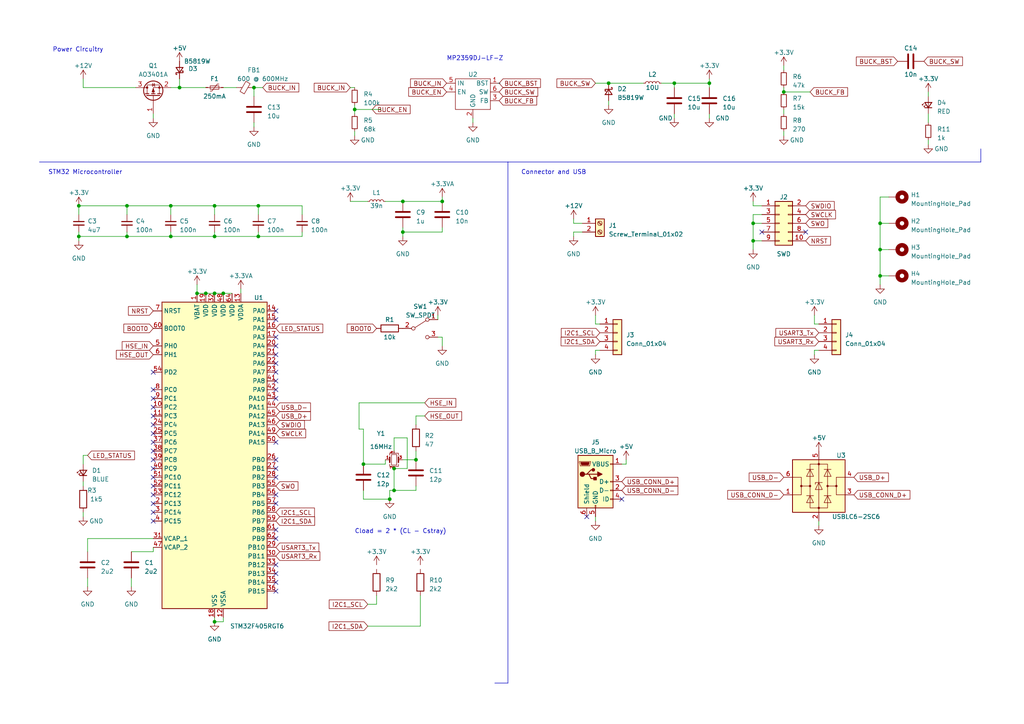
<source format=kicad_sch>
(kicad_sch (version 20230121) (generator eeschema)
  (paper "A4")
  (title_block (title "STM32F4 Test Board") (rev "v2.0"))
  (lib_symbols
    (symbol "Connector:Screw_Terminal_01x02" (pin_names (offset 1.016) hide)
      (property "Reference" "J" (at 0 2.54 0))
      (property "Value" "Screw_Terminal_01x02" (at 0 -5.08 0))
      (symbol "Screw_Terminal_01x02_1_1"
        (pin passive line (at -5.08 0 0) (length 3.81) (name "Pin_1") (number "1"))
        (pin passive line (at -5.08 -2.54 0) (length 3.81) (name "Pin_2") (number "2"))
      )
    )
    (symbol "Connector:USB_B_Micro" (pin_names (offset 1.016))
      (property "Reference" "J" (at -5.08 11.43 0))
      (property "Value" "USB_B_Micro" (at -5.08 8.89 0))
      (symbol "USB_B_Micro_1_1"
        (pin power_out line (at 7.62 5.08 180) (length 2.54) (name "VBUS") (number "1"))
        (pin bidirectional line (at 7.62 -2.54 180) (length 2.54) (name "D-") (number "2"))
        (pin bidirectional line (at 7.62 0 180) (length 2.54) (name "D+") (number "3"))
        (pin passive line (at 7.62 -5.08 180) (length 2.54) (name "ID") (number "4"))
        (pin power_out line (at 0 -10.16 90) (length 2.54) (name "GND") (number "5"))
        (pin passive line (at -2.54 -10.16 90) (length 2.54) (name "Shield") (number "6"))
      )
    )
    (symbol "Connector_Generic:Conn_01x04" (pin_names (offset 1.016) hide)
      (property "Reference" "J" (at 0 5.08 0))
      (property "Value" "Conn_01x04" (at 0 -7.62 0))
      (symbol "Conn_01x04_1_1"
        (pin passive line (at -5.08 2.54 0) (length 3.81) (name "Pin_1") (number "1"))
        (pin passive line (at -5.08 0 0) (length 3.81) (name "Pin_2") (number "2"))
        (pin passive line (at -5.08 -2.54 0) (length 3.81) (name "Pin_3") (number "3"))
        (pin passive line (at -5.08 -5.08 0) (length 3.81) (name "Pin_4") (number "4"))
      )
    )
    (symbol "Connector_Generic:Conn_02x05_Odd_Even" (pin_names (offset 1.016) hide)
      (property "Reference" "J" (at 1.27 7.62 0))
      (property "Value" "Conn_02x05_Odd_Even" (at 1.27 -7.62 0))
      (symbol "Conn_02x05_Odd_Even_1_1"
        (pin passive line (at -5.08 5.08 0) (length 3.81) (name "Pin_1") (number "1"))
        (pin passive line (at 7.62 -5.08 180) (length 3.81) (name "Pin_10") (number "10"))
        (pin passive line (at 7.62 5.08 180) (length 3.81) (name "Pin_2") (number "2"))
        (pin passive line (at -5.08 2.54 0) (length 3.81) (name "Pin_3") (number "3"))
        (pin passive line (at 7.62 2.54 180) (length 3.81) (name "Pin_4") (number "4"))
        (pin passive line (at -5.08 0 0) (length 3.81) (name "Pin_5") (number "5"))
        (pin passive line (at 7.62 0 180) (length 3.81) (name "Pin_6") (number "6"))
        (pin passive line (at -5.08 -2.54 0) (length 3.81) (name "Pin_7") (number "7"))
        (pin passive line (at 7.62 -2.54 180) (length 3.81) (name "Pin_8") (number "8"))
        (pin passive line (at -5.08 -5.08 0) (length 3.81) (name "Pin_9") (number "9"))
      )
    )
    (symbol "Device:C" (pin_numbers hide) (pin_names (offset 0.254))
      (property "Reference" "C" (at 0.635 2.54 0))
      (property "Value" "C" (at 0.635 -2.54 0))
      (symbol "C_1_1"
        (pin passive line (at 0 3.81 270) (length 2.794) (name "~") (number "1"))
        (pin passive line (at 0 -3.81 90) (length 2.794) (name "~") (number "2"))
      )
    )
    (symbol "Device:C_Small" (pin_numbers hide) (pin_names (offset 0.254) hide)
      (property "Reference" "C" (at 0.254 1.778 0))
      (property "Value" "C_Small" (at 0.254 -2.032 0))
      (symbol "C_Small_1_1"
        (pin passive line (at 0 2.54 270) (length 2.032) (name "~") (number "1"))
        (pin passive line (at 0 -2.54 90) (length 2.032) (name "~") (number "2"))
      )
    )
    (symbol "Device:Crystal_GND24_Small" (pin_names (offset 1.016) hide)
      (property "Reference" "Y" (at 1.27 4.445 0))
      (property "Value" "Crystal_GND24_Small" (at 1.27 2.54 0))
      (symbol "Crystal_GND24_Small_1_1"
        (pin passive line (at -2.54 0 0) (length 1.27) (name "1") (number "1"))
        (pin passive line (at 0 -2.54 90) (length 0.635) (name "2") (number "2"))
        (pin passive line (at 2.54 0 180) (length 1.27) (name "3") (number "3"))
        (pin passive line (at 0 2.54 270) (length 0.635) (name "4") (number "4"))
      )
    )
    (symbol "Device:D_Schottky_Small" (pin_numbers hide) (pin_names (offset 0.254) hide)
      (property "Reference" "D" (at -1.27 2.032 0))
      (property "Value" "D_Schottky_Small" (at -7.112 -2.032 0))
      (symbol "D_Schottky_Small_1_1"
        (pin passive line (at -2.54 0 0) (length 1.778) (name "K") (number "1"))
        (pin passive line (at 2.54 0 180) (length 1.778) (name "A") (number "2"))
      )
    )
    (symbol "Device:FerriteBead_Small" (pin_numbers hide) (pin_names (offset 0))
      (property "Reference" "FB" (at 1.905 1.27 0))
      (property "Value" "FerriteBead_Small" (at 1.905 -1.27 0))
      (symbol "FerriteBead_Small_1_1"
        (pin passive line (at 0 2.54 270) (length 1.27) (name "~") (number "1"))
        (pin passive line (at 0 -2.54 90) (length 1.27) (name "~") (number "2"))
      )
    )
    (symbol "Device:LED_Small" (pin_numbers hide) (pin_names (offset 0.254) hide)
      (property "Reference" "D" (at -1.27 3.175 0))
      (property "Value" "LED_Small" (at -4.445 -2.54 0))
      (symbol "LED_Small_1_1"
        (pin passive line (at -2.54 0 0) (length 1.778) (name "K") (number "1"))
        (pin passive line (at 2.54 0 180) (length 1.778) (name "A") (number "2"))
      )
    )
    (symbol "Device:L_Small" (pin_numbers hide) (pin_names (offset 0.254) hide)
      (property "Reference" "L" (at 0.762 1.016 0))
      (property "Value" "L_Small" (at 0.762 -1.016 0))
      (symbol "L_Small_1_1"
        (pin passive line (at 0 2.54 270) (length 0.508) (name "~") (number "1"))
        (pin passive line (at 0 -2.54 90) (length 0.508) (name "~") (number "2"))
      )
    )
    (symbol "Device:Polyfuse_Small" (pin_numbers hide) (pin_names (offset 0))
      (property "Reference" "F" (at -1.905 0 90))
      (property "Value" "Polyfuse_Small" (at 1.905 0 90))
      (symbol "Polyfuse_Small_1_1"
        (pin passive line (at 0 2.54 270) (length 0.635) (name "~") (number "1"))
        (pin passive line (at 0 -2.54 90) (length 0.635) (name "~") (number "2"))
      )
    )
    (symbol "Device:R" (pin_numbers hide) (pin_names (offset 0))
      (property "Reference" "R" (at 2.032 0 90))
      (property "Value" "R" (at 0 0 90))
      (symbol "R_1_1"
        (pin passive line (at 0 3.81 270) (length 1.27) (name "~") (number "1"))
        (pin passive line (at 0 -3.81 90) (length 1.27) (name "~") (number "2"))
      )
    )
    (symbol "Device:R_Small" (pin_numbers hide) (pin_names (offset 0.254) hide)
      (property "Reference" "R" (at 0.762 0.508 0))
      (property "Value" "R_Small" (at 0.762 -1.016 0))
      (symbol "R_Small_1_1"
        (pin passive line (at 0 2.54 270) (length 0.762) (name "~") (number "1"))
        (pin passive line (at 0 -2.54 90) (length 0.762) (name "~") (number "2"))
      )
    )
    (symbol "MCU_ST_STM32F4:STM32F405RGTx"
      (property "Reference" "U" (at -15.24 46.99 0))
      (property "Value" "STM32F405RGTx" (at 10.16 46.99 0))
      (symbol "STM32F405RGTx_1_1"
        (pin power_in line (at -5.08 48.26 270) (length 2.54) (name "VBAT") (number "1"))
        (pin bidirectional line (at -17.78 15.24 0) (length 2.54) (name "PC2") (number "10"))
        (pin bidirectional line (at -17.78 12.7 0) (length 2.54) (name "PC3") (number "11"))
        (pin power_in line (at 2.54 -45.72 90) (length 2.54) (name "VSSA") (number "12"))
        (pin power_in line (at 7.62 48.26 270) (length 2.54) (name "VDDA") (number "13"))
        (pin bidirectional line (at 17.78 43.18 180) (length 2.54) (name "PA0") (number "14"))
        (pin bidirectional line (at 17.78 40.64 180) (length 2.54) (name "PA1") (number "15"))
        (pin bidirectional line (at 17.78 38.1 180) (length 2.54) (name "PA2") (number "16"))
        (pin bidirectional line (at 17.78 35.56 180) (length 2.54) (name "PA3") (number "17"))
        (pin power_in line (at 0 -45.72 90) (length 2.54) (name "VSS") (number "18"))
        (pin power_in line (at -2.54 48.26 270) (length 2.54) (name "VDD") (number "19"))
        (pin bidirectional line (at -17.78 -12.7 0) (length 2.54) (name "PC13") (number "2"))
        (pin bidirectional line (at 17.78 33.02 180) (length 2.54) (name "PA4") (number "20"))
        (pin bidirectional line (at 17.78 30.48 180) (length 2.54) (name "PA5") (number "21"))
        (pin bidirectional line (at 17.78 27.94 180) (length 2.54) (name "PA6") (number "22"))
        (pin bidirectional line (at 17.78 25.4 180) (length 2.54) (name "PA7") (number "23"))
        (pin bidirectional line (at -17.78 10.16 0) (length 2.54) (name "PC4") (number "24"))
        (pin bidirectional line (at -17.78 7.62 0) (length 2.54) (name "PC5") (number "25"))
        (pin bidirectional line (at 17.78 0 180) (length 2.54) (name "PB0") (number "26"))
        (pin bidirectional line (at 17.78 -2.54 180) (length 2.54) (name "PB1") (number "27"))
        (pin bidirectional line (at 17.78 -5.08 180) (length 2.54) (name "PB2") (number "28"))
        (pin bidirectional line (at 17.78 -25.4 180) (length 2.54) (name "PB10") (number "29"))
        (pin bidirectional line (at -17.78 -15.24 0) (length 2.54) (name "PC14") (number "3"))
        (pin bidirectional line (at 17.78 -27.94 180) (length 2.54) (name "PB11") (number "30"))
        (pin power_out line (at -17.78 -22.86 0) (length 2.54) (name "VCAP_1") (number "31"))
        (pin power_in line (at 0 48.26 270) (length 2.54) (name "VDD") (number "32"))
        (pin bidirectional line (at 17.78 -30.48 180) (length 2.54) (name "PB12") (number "33"))
        (pin bidirectional line (at 17.78 -33.02 180) (length 2.54) (name "PB13") (number "34"))
        (pin bidirectional line (at 17.78 -35.56 180) (length 2.54) (name "PB14") (number "35"))
        (pin bidirectional line (at 17.78 -38.1 180) (length 2.54) (name "PB15") (number "36"))
        (pin bidirectional line (at -17.78 5.08 0) (length 2.54) (name "PC6") (number "37"))
        (pin bidirectional line (at -17.78 2.54 0) (length 2.54) (name "PC7") (number "38"))
        (pin bidirectional line (at -17.78 0 0) (length 2.54) (name "PC8") (number "39"))
        (pin bidirectional line (at -17.78 -17.78 0) (length 2.54) (name "PC15") (number "4"))
        (pin bidirectional line (at -17.78 -2.54 0) (length 2.54) (name "PC9") (number "40"))
        (pin bidirectional line (at 17.78 22.86 180) (length 2.54) (name "PA8") (number "41"))
        (pin bidirectional line (at 17.78 20.32 180) (length 2.54) (name "PA9") (number "42"))
        (pin bidirectional line (at 17.78 17.78 180) (length 2.54) (name "PA10") (number "43"))
        (pin bidirectional line (at 17.78 15.24 180) (length 2.54) (name "PA11") (number "44"))
        (pin bidirectional line (at 17.78 12.7 180) (length 2.54) (name "PA12") (number "45"))
        (pin bidirectional line (at 17.78 10.16 180) (length 2.54) (name "PA13") (number "46"))
        (pin power_out line (at -17.78 -25.4 0) (length 2.54) (name "VCAP_2") (number "47"))
        (pin power_in line (at 2.54 48.26 270) (length 2.54) (name "VDD") (number "48"))
        (pin bidirectional line (at 17.78 7.62 180) (length 2.54) (name "PA14") (number "49"))
        (pin bidirectional line (at -17.78 33.02 0) (length 2.54) (name "PH0") (number "5"))
        (pin bidirectional line (at 17.78 5.08 180) (length 2.54) (name "PA15") (number "50"))
        (pin bidirectional line (at -17.78 -5.08 0) (length 2.54) (name "PC10") (number "51"))
        (pin bidirectional line (at -17.78 -7.62 0) (length 2.54) (name "PC11") (number "52"))
        (pin bidirectional line (at -17.78 -10.16 0) (length 2.54) (name "PC12") (number "53"))
        (pin bidirectional line (at -17.78 25.4 0) (length 2.54) (name "PD2") (number "54"))
        (pin bidirectional line (at 17.78 -7.62 180) (length 2.54) (name "PB3") (number "55"))
        (pin bidirectional line (at 17.78 -10.16 180) (length 2.54) (name "PB4") (number "56"))
        (pin bidirectional line (at 17.78 -12.7 180) (length 2.54) (name "PB5") (number "57"))
        (pin bidirectional line (at 17.78 -15.24 180) (length 2.54) (name "PB6") (number "58"))
        (pin bidirectional line (at 17.78 -17.78 180) (length 2.54) (name "PB7") (number "59"))
        (pin bidirectional line (at -17.78 30.48 0) (length 2.54) (name "PH1") (number "6"))
        (pin input line (at -17.78 38.1 0) (length 2.54) (name "BOOT0") (number "60"))
        (pin bidirectional line (at 17.78 -20.32 180) (length 2.54) (name "PB8") (number "61"))
        (pin bidirectional line (at 17.78 -22.86 180) (length 2.54) (name "PB9") (number "62"))
        (pin passive line (at 0 -45.72 90) (length 2.54) hide (name "VSS") (number "63"))
        (pin power_in line (at 5.08 48.26 270) (length 2.54) (name "VDD") (number "64"))
        (pin input line (at -17.78 43.18 0) (length 2.54) (name "NRST") (number "7"))
        (pin bidirectional line (at -17.78 20.32 0) (length 2.54) (name "PC0") (number "8"))
        (pin bidirectional line (at -17.78 17.78 0) (length 2.54) (name "PC1") (number "9"))
      )
    )
    (symbol "Mechanical:MountingHole_Pad" (pin_numbers hide) (pin_names (offset 1.016) hide)
      (property "Reference" "H" (at 0 6.35 0))
      (property "Value" "MountingHole_Pad" (at 0 4.445 0))
      (symbol "MountingHole_Pad_1_1"
        (pin input line (at 0 -2.54 90) (length 2.54) (name "1") (number "1"))
      )
    )
    (symbol "Power_Protection:USBLC6-2SC6" (pin_names hide)
      (property "Reference" "U" (at 2.54 8.89 0))
      (property "Value" "USBLC6-2SC6" (at 2.54 -8.89 0))
      (symbol "USBLC6-2SC6_1_1"
        (pin passive line (at -10.16 -2.54 0) (length 2.54) (name "I/O1") (number "1"))
        (pin passive line (at 0 -10.16 90) (length 2.54) (name "GND") (number "2"))
        (pin passive line (at 10.16 -2.54 180) (length 2.54) (name "I/O2") (number "3"))
        (pin passive line (at 10.16 2.54 180) (length 2.54) (name "I/O2") (number "4"))
        (pin passive line (at 0 10.16 270) (length 2.54) (name "VBUS") (number "5"))
        (pin passive line (at -10.16 2.54 0) (length 2.54) (name "I/O1") (number "6"))
      )
    )
    (symbol "Switch:SW_SPDT" (pin_names (offset 0) hide)
      (property "Reference" "SW" (at 0 4.318 0))
      (property "Value" "SW_SPDT" (at 0 -5.08 0))
      (symbol "SW_SPDT_1_1"
        (pin passive line (at 5.08 2.54 180) (length 2.54) (name "A") (number "1"))
        (pin passive line (at -5.08 0 0) (length 2.54) (name "B") (number "2"))
        (pin passive line (at 5.08 -2.54 180) (length 2.54) (name "C") (number "3"))
      )
    )
    (symbol "Symbol:Test"
      (property "Reference" "U" (at 0 0 0))
      (symbol "Test_1_1"
        (pin input line (at 0 0 180) (length 2.54) (name "BST") (number "1"))
        (pin input line (at -7.62 -10.16 90) (length 2.54) (name "GND") (number "2"))
        (pin input line (at 0 -5.08 180) (length 2.54) (name "FB") (number "3"))
        (pin input line (at -15.24 -2.54 0) (length 2.54) (name "EN") (number "4"))
        (pin input line (at -15.24 0 0) (length 2.54) (name "IN") (number "5"))
        (pin input line (at 0 -2.54 180) (length 2.54) (name "SW") (number "6"))
      )
    )
    (symbol "Transistor_FET:AO3401A" (pin_names hide)
      (property "Reference" "Q" (at 5.08 1.905 0))
      (property "Value" "AO3401A" (at 5.08 0 0))
      (symbol "AO3401A_1_1"
        (pin input line (at -5.08 0 0) (length 2.54) (name "G") (number "1"))
        (pin passive line (at 2.54 -5.08 90) (length 2.54) (name "S") (number "2"))
        (pin passive line (at 2.54 5.08 270) (length 2.54) (name "D") (number "3"))
      )
    )
    (symbol "power:+12V" (power) (pin_names (offset 0))
      (property "Value" "+12V" (at 0 3.556 0))
      (symbol "+12V_1_1"
        (pin power_in line (at 0 0 90) (length 0) hide (name "+12V") (number "1"))
      )
    )
    (symbol "power:+3.3V" (power) (pin_names (offset 0))
      (property "Value" "+3.3V" (at 0 3.556 0))
      (symbol "+3.3V_1_1"
        (pin power_in line (at 0 0 90) (length 0) hide (name "+3.3V") (number "1"))
      )
    )
    (symbol "power:+3.3VA" (power) (pin_names (offset 0))
      (property "Value" "+3.3VA" (at 0 3.556 0))
      (symbol "+3.3VA_1_1"
        (pin power_in line (at 0 0 90) (length 0) hide (name "+3.3VA") (number "1"))
      )
    )
    (symbol "power:+5V" (power) (pin_names (offset 0))
      (property "Value" "+5V" (at 0 3.556 0))
      (symbol "+5V_1_1"
        (pin power_in line (at 0 0 90) (length 0) hide (name "+5V") (number "1"))
      )
    )
    (symbol "power:GND" (power) (pin_names (offset 0))
      (property "Value" "GND" (at 0 -3.81 0))
      (symbol "GND_1_1"
        (pin power_in line (at 0 0 270) (length 0) hide (name "GND") (number "1"))
      )
    )
  )
  (junction (at 255.27 72.39))
  (junction (at 49.53 68.58))
  (junction (at 64.77 85.09))
  (junction (at 73.66 25.4))
  (junction (at 36.83 68.58))
  (junction (at 74.93 68.58))
  (junction (at 218.44 69.85))
  (junction (at 113.03 144.78))
  (junction (at 59.69 85.09))
  (junction (at 36.83 59.69))
  (junction (at 62.23 68.58))
  (junction (at 116.84 67.31))
  (junction (at 114.3 142.24))
  (junction (at 52.07 25.4))
  (junction (at 74.93 59.69))
  (junction (at 57.15 85.09))
  (junction (at 62.23 180.34))
  (junction (at 116.84 58.42))
  (junction (at 120.65 133.35))
  (junction (at 227.33 26.67))
  (junction (at 128.27 58.42))
  (junction (at 195.58 24.13))
  (junction (at 22.86 68.58))
  (junction (at 255.27 64.77))
  (junction (at 218.44 64.77))
  (junction (at 62.23 59.69))
  (junction (at 62.23 85.09))
  (junction (at 102.87 31.75))
  (junction (at 49.53 59.69))
  (junction (at 176.53 24.13))
  (junction (at 114.3 135.89))
  (junction (at 22.86 59.69))
  (junction (at 105.41 134.62))
  (junction (at 205.74 24.13))
  (junction (at 255.27 80.01))
  (no_connect (at 80.01 143.51))
  (no_connect (at 44.45 115.57))
  (no_connect (at 80.01 166.37))
  (no_connect (at 44.45 148.59))
  (no_connect (at 220.98 67.31))
  (no_connect (at 80.01 92.71))
  (no_connect (at 80.01 128.27))
  (no_connect (at 44.45 146.05))
  (no_connect (at 44.45 151.13))
  (no_connect (at 80.01 105.41))
  (no_connect (at 44.45 133.35))
  (no_connect (at 44.45 123.19))
  (no_connect (at 44.45 113.03))
  (no_connect (at 80.01 107.95))
  (no_connect (at 44.45 143.51))
  (no_connect (at 44.45 138.43))
  (no_connect (at 44.45 140.97))
  (no_connect (at 80.01 100.33))
  (no_connect (at 80.01 163.83))
  (no_connect (at 44.45 107.95))
  (no_connect (at 80.01 146.05))
  (no_connect (at 80.01 153.67))
  (no_connect (at 44.45 120.65))
  (no_connect (at 44.45 135.89))
  (no_connect (at 80.01 138.43))
  (no_connect (at 80.01 171.45))
  (no_connect (at 80.01 113.03))
  (no_connect (at 80.01 135.89))
  (no_connect (at 80.01 133.35))
  (no_connect (at 80.01 90.17))
  (no_connect (at 44.45 125.73))
  (no_connect (at 180.34 144.78))
  (no_connect (at 44.45 130.81))
  (no_connect (at 44.45 118.11))
  (no_connect (at 80.01 97.79))
  (no_connect (at 80.01 102.87))
  (no_connect (at 80.01 168.91))
  (no_connect (at 80.01 156.21))
  (no_connect (at 44.45 128.27))
  (no_connect (at 233.68 67.31))
  (no_connect (at 80.01 110.49))
  (no_connect (at 170.18 149.86))
  (no_connect (at 80.01 115.57))
  (wire (pts (xy 172.72 101.6) (xy 172.72 102.87)))
  (wire (pts (xy 255.27 64.77) (xy 255.27 57.15)))
  (wire (pts (xy 116.84 67.31) (xy 116.84 68.58)))
  (wire (pts (xy 102.87 31.75) (xy 110.49 31.75)))
  (wire (pts (xy 172.72 149.86) (xy 172.72 151.13)))
  (polyline (pts (xy 147.32 46.99) (xy 147.32 198.12)))
  (wire (pts (xy 255.27 57.15) (xy 257.81 57.15)))
  (wire (pts (xy 36.83 68.58) (xy 49.53 68.58)))
  (wire (pts (xy 255.27 82.55) (xy 255.27 80.01)))
  (wire (pts (xy 255.27 80.01) (xy 255.27 72.39)))
  (wire (pts (xy 114.3 135.89) (xy 114.3 142.24)))
  (wire (pts (xy 218.44 69.85) (xy 220.98 69.85)))
  (wire (pts (xy 104.14 116.84) (xy 104.14 124.46)))
  (wire (pts (xy 227.33 25.4) (xy 227.33 26.67)))
  (wire (pts (xy 173.99 101.6) (xy 172.72 101.6)))
  (wire (pts (xy 49.53 59.69) (xy 62.23 59.69)))
  (wire (pts (xy 64.77 179.07) (xy 64.77 180.34)))
  (wire (pts (xy 62.23 180.34) (xy 64.77 180.34)))
  (wire (pts (xy 121.92 181.61) (xy 121.92 172.72)))
  (wire (pts (xy 181.61 133.35) (xy 181.61 134.62)))
  (wire (pts (xy 191.77 24.13) (xy 195.58 24.13)))
  (wire (pts (xy 227.33 26.67) (xy 234.95 26.67)))
  (wire (pts (xy 24.13 139.7) (xy 24.13 140.97)))
  (wire (pts (xy 218.44 64.77) (xy 220.98 64.77)))
  (wire (pts (xy 69.85 83.82) (xy 69.85 85.09)))
  (wire (pts (xy 74.93 68.58) (xy 87.63 68.58)))
  (wire (pts (xy 218.44 62.23) (xy 220.98 62.23)))
  (wire (pts (xy 137.16 34.29) (xy 137.16 35.56)))
  (polyline (pts (xy 143.51 198.12) (xy 147.32 198.12)))
  (wire (pts (xy 36.83 59.69) (xy 49.53 59.69)))
  (wire (pts (xy 87.63 67.31) (xy 87.63 68.58)))
  (wire (pts (xy 109.22 172.72) (xy 109.22 175.26)))
  (wire (pts (xy 101.6 25.4) (xy 102.87 25.4)))
  (wire (pts (xy 166.37 63.5) (xy 166.37 64.77)))
  (wire (pts (xy 59.69 85.09) (xy 57.15 85.09)))
  (wire (pts (xy 62.23 85.09) (xy 59.69 85.09)))
  (wire (pts (xy 22.86 68.58) (xy 22.86 69.85)))
  (wire (pts (xy 128.27 67.31) (xy 116.84 67.31)))
  (wire (pts (xy 111.76 134.62) (xy 111.76 133.35)))
  (wire (pts (xy 64.77 85.09) (xy 62.23 85.09)))
  (wire (pts (xy 22.86 59.69) (xy 36.83 59.69)))
  (wire (pts (xy 102.87 30.48) (xy 102.87 31.75)))
  (wire (pts (xy 180.34 134.62) (xy 181.61 134.62)))
  (wire (pts (xy 116.84 66.04) (xy 116.84 67.31)))
  (wire (pts (xy 123.19 116.84) (xy 104.14 116.84)))
  (wire (pts (xy 116.84 58.42) (xy 128.27 58.42)))
  (wire (pts (xy 120.65 142.24) (xy 114.3 142.24)))
  (wire (pts (xy 166.37 64.77) (xy 168.91 64.77)))
  (wire (pts (xy 255.27 64.77) (xy 257.81 64.77)))
  (wire (pts (xy 104.14 124.46) (xy 105.41 124.46)))
  (wire (pts (xy 236.22 101.6) (xy 237.49 101.6)))
  (wire (pts (xy 62.23 179.07) (xy 62.23 180.34)))
  (wire (pts (xy 73.66 35.56) (xy 73.66 36.83)))
  (wire (pts (xy 205.74 24.13) (xy 205.74 25.4)))
  (wire (pts (xy 24.13 25.4) (xy 39.37 25.4)))
  (wire (pts (xy 237.49 151.13) (xy 237.49 152.4)))
  (wire (pts (xy 25.4 156.21) (xy 25.4 160.02)))
  (wire (pts (xy 74.93 59.69) (xy 74.93 62.23)))
  (wire (pts (xy 101.6 58.42) (xy 106.68 58.42)))
  (wire (pts (xy 116.84 133.35) (xy 120.65 133.35)))
  (wire (pts (xy 218.44 59.69) (xy 220.98 59.69)))
  (wire (pts (xy 172.72 91.44) (xy 172.72 93.98)))
  (wire (pts (xy 166.37 67.31) (xy 166.37 68.58)))
  (wire (pts (xy 64.77 25.4) (xy 68.58 25.4)))
  (wire (pts (xy 111.76 58.42) (xy 116.84 58.42)))
  (wire (pts (xy 128.27 57.15) (xy 128.27 58.42)))
  (wire (pts (xy 269.24 40.64) (xy 269.24 41.91)))
  (wire (pts (xy 255.27 72.39) (xy 255.27 64.77)))
  (polyline (pts (xy 147.32 46.99) (xy 284.48 46.99)))
  (wire (pts (xy 176.53 29.21) (xy 176.53 30.48)))
  (wire (pts (xy 49.53 59.69) (xy 49.53 62.23)))
  (wire (pts (xy 105.41 134.62) (xy 111.76 134.62)))
  (wire (pts (xy 127 97.79) (xy 128.27 97.79)))
  (wire (pts (xy 114.3 142.24) (xy 113.03 142.24)))
  (wire (pts (xy 24.13 148.59) (xy 24.13 149.86)))
  (wire (pts (xy 49.53 68.58) (xy 62.23 68.58)))
  (wire (pts (xy 87.63 62.23) (xy 87.63 59.69)))
  (wire (pts (xy 22.86 59.69) (xy 22.86 62.23)))
  (wire (pts (xy 218.44 64.77) (xy 218.44 69.85)))
  (wire (pts (xy 236.22 101.6) (xy 236.22 102.87)))
  (wire (pts (xy 24.13 22.86) (xy 24.13 25.4)))
  (wire (pts (xy 123.19 120.65) (xy 120.65 120.65)))
  (wire (pts (xy 38.1 167.64) (xy 38.1 170.18)))
  (wire (pts (xy 195.58 24.13) (xy 205.74 24.13)))
  (wire (pts (xy 255.27 72.39) (xy 257.81 72.39)))
  (wire (pts (xy 25.4 167.64) (xy 25.4 170.18)))
  (wire (pts (xy 49.53 67.31) (xy 49.53 68.58)))
  (wire (pts (xy 127 91.44) (xy 127 92.71)))
  (polyline (pts (xy 284.48 46.99) (xy 284.48 43.18)))
  (wire (pts (xy 269.24 33.02) (xy 269.24 35.56)))
  (wire (pts (xy 36.83 59.69) (xy 36.83 62.23)))
  (wire (pts (xy 120.65 130.81) (xy 120.65 133.35)))
  (wire (pts (xy 172.72 93.98) (xy 173.99 93.98)))
  (wire (pts (xy 195.58 33.02) (xy 195.58 34.29)))
  (wire (pts (xy 120.65 120.65) (xy 120.65 123.19)))
  (wire (pts (xy 105.41 124.46) (xy 105.41 134.62)))
  (wire (pts (xy 24.13 132.08) (xy 24.13 134.62)))
  (wire (pts (xy 218.44 62.23) (xy 218.44 64.77)))
  (wire (pts (xy 172.72 24.13) (xy 176.53 24.13)))
  (wire (pts (xy 236.22 93.98) (xy 237.49 93.98)))
  (wire (pts (xy 62.23 67.31) (xy 62.23 68.58)))
  (wire (pts (xy 49.53 25.4) (xy 52.07 25.4)))
  (wire (pts (xy 38.1 160.02) (xy 44.45 160.02)))
  (wire (pts (xy 227.33 38.1) (xy 227.33 39.37)))
  (wire (pts (xy 205.74 22.86) (xy 205.74 24.13)))
  (wire (pts (xy 236.22 91.44) (xy 236.22 93.98)))
  (wire (pts (xy 73.66 25.4) (xy 76.2 25.4)))
  (wire (pts (xy 24.13 132.08) (xy 25.4 132.08)))
  (wire (pts (xy 255.27 80.01) (xy 257.81 80.01)))
  (wire (pts (xy 102.87 38.1) (xy 102.87 39.37)))
  (wire (pts (xy 114.3 127) (xy 114.3 130.81)))
  (wire (pts (xy 113.03 142.24) (xy 113.03 144.78)))
  (wire (pts (xy 105.41 144.78) (xy 105.41 142.24)))
  (wire (pts (xy 128.27 66.04) (xy 128.27 67.31)))
  (wire (pts (xy 74.93 59.69) (xy 87.63 59.69)))
  (wire (pts (xy 67.31 85.09) (xy 64.77 85.09)))
  (wire (pts (xy 22.86 68.58) (xy 36.83 68.58)))
  (wire (pts (xy 227.33 19.05) (xy 227.33 20.32)))
  (wire (pts (xy 73.66 25.4) (xy 73.66 27.94)))
  (wire (pts (xy 44.45 160.02) (xy 44.45 158.75)))
  (wire (pts (xy 52.07 22.86) (xy 52.07 25.4)))
  (wire (pts (xy 269.24 26.67) (xy 269.24 27.94)))
  (wire (pts (xy 120.65 140.97) (xy 120.65 142.24)))
  (wire (pts (xy 218.44 69.85) (xy 218.44 72.39)))
  (wire (pts (xy 44.45 156.21) (xy 25.4 156.21)))
  (wire (pts (xy 227.33 31.75) (xy 227.33 33.02)))
  (wire (pts (xy 205.74 33.02) (xy 205.74 34.29)))
  (wire (pts (xy 114.3 127) (xy 118.11 127)))
  (wire (pts (xy 62.23 59.69) (xy 62.23 62.23)))
  (wire (pts (xy 118.11 127) (xy 118.11 135.89)))
  (wire (pts (xy 106.68 181.61) (xy 121.92 181.61)))
  (wire (pts (xy 22.86 67.31) (xy 22.86 68.58)))
  (wire (pts (xy 118.11 135.89) (xy 114.3 135.89)))
  (wire (pts (xy 74.93 67.31) (xy 74.93 68.58)))
  (wire (pts (xy 62.23 68.58) (xy 74.93 68.58)))
  (wire (pts (xy 52.07 25.4) (xy 59.69 25.4)))
  (wire (pts (xy 128.27 97.79) (xy 128.27 100.33)))
  (wire (pts (xy 195.58 24.13) (xy 195.58 25.4)))
  (wire (pts (xy 44.45 33.02) (xy 44.45 34.29)))
  (polyline (pts (xy 11.43 46.99) (xy 147.32 46.99)))
  (wire (pts (xy 102.87 31.75) (xy 102.87 33.02)))
  (wire (pts (xy 62.23 59.69) (xy 74.93 59.69)))
  (wire (pts (xy 113.03 144.78) (xy 105.41 144.78)))
  (wire (pts (xy 176.53 24.13) (xy 186.69 24.13)))
  (wire (pts (xy 218.44 58.42) (xy 218.44 59.69)))
  (wire (pts (xy 57.15 82.55) (xy 57.15 85.09)))
  (wire (pts (xy 166.37 67.31) (xy 168.91 67.31)))
  (wire (pts (xy 36.83 67.31) (xy 36.83 68.58)))
  (wire (pts (xy 106.68 175.26) (xy 109.22 175.26)))
  (text "STM32 Microcontroller\n" (at 13.97 50.8 0) (effects (font (size 1.27 1.27)) (justify left bottom)))
  (text "MP2359DJ-LF-Z" (at 129.54 17.78 0) (effects (font (size 1.27 1.27)) (justify left bottom)))
  (text "Power Circuitry" (at 15.24 15.24 0) (effects (font (size 1.27 1.27)) (justify left bottom)))
  (text "Cload = 2 * (CL - Cstray)" (at 102.87 154.94 0) (effects (font (size 1.27 1.27)) (justify left bottom)))
  (text "Connector and USB" (at 151.13 50.8 0) (effects (font (size 1.27 1.27)) (justify left bottom)))
  (global_label "I2C1_SDA" (shape input) (at 173.99 99.06 180) (property "Intersheetrefs" "${INTERSHEET_REFS}" (effects hide)))
  (global_label "USB_D+" (shape input) (at 247.65 138.43 0) (property "Intersheetrefs" "${INTERSHEET_REFS}" (effects hide)))
  (global_label "USB_CONN_D-" (shape input) (at 227.33 143.51 180) (property "Intersheetrefs" "${INTERSHEET_REFS}" (effects hide)))
  (global_label "NRST" (shape input) (at 44.45 90.17 180) (property "Intersheetrefs" "${INTERSHEET_REFS}" (effects hide)))
  (global_label "SWDIO" (shape input) (at 233.68 59.69 0) (property "Intersheetrefs" "${INTERSHEET_REFS}" (effects hide)))
  (global_label "HSE_OUT" (shape input) (at 123.19 120.65 0) (property "Intersheetrefs" "${INTERSHEET_REFS}" (effects hide)))
  (global_label "LED_STATUS" (shape input) (at 25.4 132.08 0) (property "Intersheetrefs" "${INTERSHEET_REFS}" (effects hide)))
  (global_label "LED_STATUS" (shape input) (at 80.01 95.25 0) (property "Intersheetrefs" "${INTERSHEET_REFS}" (effects hide)))
  (global_label "USART3_Tx" (shape input) (at 237.49 96.52 180) (property "Intersheetrefs" "${INTERSHEET_REFS}" (effects hide)))
  (global_label "NRST" (shape input) (at 233.68 69.85 0) (property "Intersheetrefs" "${INTERSHEET_REFS}" (effects hide)))
  (global_label "SWDIO" (shape input) (at 80.01 123.19 0) (property "Intersheetrefs" "${INTERSHEET_REFS}" (effects hide)))
  (global_label "SWCLK" (shape input) (at 233.68 62.23 0) (property "Intersheetrefs" "${INTERSHEET_REFS}" (effects hide)))
  (global_label "I2C1_SDA" (shape input) (at 80.01 151.13 0) (property "Intersheetrefs" "${INTERSHEET_REFS}" (effects hide)))
  (global_label "SWCLK" (shape input) (at 80.01 125.73 0) (property "Intersheetrefs" "${INTERSHEET_REFS}" (effects hide)))
  (global_label "BUCK_BST" (shape input) (at 144.78 24.13 0) (property "Intersheetrefs" "${INTERSHEET_REFS}" (effects hide)))
  (global_label "SWO" (shape input) (at 80.01 140.97 0) (property "Intersheetrefs" "${INTERSHEET_REFS}" (effects hide)))
  (global_label "BUCK_SW" (shape input) (at 172.72 24.13 180) (property "Intersheetrefs" "${INTERSHEET_REFS}" (effects hide)))
  (global_label "USB_CONN_D+" (shape input) (at 247.65 143.51 0) (property "Intersheetrefs" "${INTERSHEET_REFS}" (effects hide)))
  (global_label "BUCK_SW" (shape input) (at 267.97 17.78 0) (property "Intersheetrefs" "${INTERSHEET_REFS}" (effects hide)))
  (global_label "BOOT0" (shape input) (at 109.22 95.25 180) (property "Intersheetrefs" "${INTERSHEET_REFS}" (effects hide)))
  (global_label "HSE_OUT" (shape input) (at 44.45 102.87 180) (property "Intersheetrefs" "${INTERSHEET_REFS}" (effects hide)))
  (global_label "BUCK_SW" (shape input) (at 144.78 26.67 0) (property "Intersheetrefs" "${INTERSHEET_REFS}" (effects hide)))
  (global_label "SWO" (shape input) (at 233.68 64.77 0) (property "Intersheetrefs" "${INTERSHEET_REFS}" (effects hide)))
  (global_label "HSE_IN" (shape input) (at 44.45 100.33 180) (property "Intersheetrefs" "${INTERSHEET_REFS}" (effects hide)))
  (global_label "BOOT0" (shape input) (at 44.45 95.25 180) (property "Intersheetrefs" "${INTERSHEET_REFS}" (effects hide)))
  (global_label "BUCK_EN" (shape input) (at 129.54 26.67 180) (property "Intersheetrefs" "${INTERSHEET_REFS}" (effects hide)))
  (global_label "USB_CONN_D-" (shape input) (at 180.34 142.24 0) (property "Intersheetrefs" "${INTERSHEET_REFS}" (effects hide)))
  (global_label "BUCK_EN" (shape input) (at 107.95 31.75 0) (property "Intersheetrefs" "${INTERSHEET_REFS}" (effects hide)))
  (global_label "BUCK_FB" (shape input) (at 234.95 26.67 0) (property "Intersheetrefs" "${INTERSHEET_REFS}" (effects hide)))
  (global_label "BUCK_IN" (shape input) (at 101.6 25.4 180) (property "Intersheetrefs" "${INTERSHEET_REFS}" (effects hide)))
  (global_label "BUCK_FB" (shape input) (at 144.78 29.21 0) (property "Intersheetrefs" "${INTERSHEET_REFS}" (effects hide)))
  (global_label "USART3_Rx" (shape input) (at 237.49 99.06 180) (property "Intersheetrefs" "${INTERSHEET_REFS}" (effects hide)))
  (global_label "USB_D-" (shape input) (at 80.01 118.11 0) (property "Intersheetrefs" "${INTERSHEET_REFS}" (effects hide)))
  (global_label "I2C1_SDA" (shape input) (at 106.68 181.61 180) (property "Intersheetrefs" "${INTERSHEET_REFS}" (effects hide)))
  (global_label "BUCK_IN" (shape input) (at 76.2 25.4 0) (property "Intersheetrefs" "${INTERSHEET_REFS}" (effects hide)))
  (global_label "BUCK_BST" (shape input) (at 260.35 17.78 180) (property "Intersheetrefs" "${INTERSHEET_REFS}" (effects hide)))
  (global_label "USART3_Tx" (shape input) (at 80.01 158.75 0) (property "Intersheetrefs" "${INTERSHEET_REFS}" (effects hide)))
  (global_label "USB_CONN_D+" (shape input) (at 180.34 139.7 0) (property "Intersheetrefs" "${INTERSHEET_REFS}" (effects hide)))
  (global_label "USART3_Rx" (shape input) (at 80.01 161.29 0) (property "Intersheetrefs" "${INTERSHEET_REFS}" (effects hide)))
  (global_label "I2C1_SCL" (shape input) (at 106.68 175.26 180) (property "Intersheetrefs" "${INTERSHEET_REFS}" (effects hide)))
  (global_label "USB_D+" (shape input) (at 80.01 120.65 0) (property "Intersheetrefs" "${INTERSHEET_REFS}" (effects hide)))
  (global_label "I2C1_SCL" (shape input) (at 80.01 148.59 0) (property "Intersheetrefs" "${INTERSHEET_REFS}" (effects hide)))
  (global_label "USB_D-" (shape input) (at 227.33 138.43 180) (property "Intersheetrefs" "${INTERSHEET_REFS}" (effects hide)))
  (global_label "HSE_IN" (shape input) (at 123.19 116.84 0) (property "Intersheetrefs" "${INTERSHEET_REFS}" (effects hide)))
  (global_label "I2C1_SCL" (shape input) (at 173.99 96.52 180) (property "Intersheetrefs" "${INTERSHEET_REFS}" (effects hide)))
  (global_label "BUCK_IN" (shape input) (at 129.54 24.13 180) (property "Intersheetrefs" "${INTERSHEET_REFS}" (effects hide)))
  (symbol (lib_id "power:+3.3V") (at 218.44 58.42 0) (unit 1)
    (property "Reference" "#PWR029" (effects hide))
    (property "Value" "+3.3V" (at 218.44 54.61 0))
  )
  (symbol (lib_id "Device:LED_Small") (at 269.24 30.48 90) (unit 1)
    (property "Reference" "D4" (at 271.78 29.7815 90) (effects (justify right)))
    (property "Value" "RED" (at 271.78 32.3215 90) (effects (justify right)))
    (property "Footprint" "LED_SMD:LED_0603_1608Metric" (effects hide))
  )
  (symbol (lib_id "power:+5V") (at 52.07 17.78 0) (unit 1)
    (property "Reference" "#PWR038" (effects hide))
    (property "Value" "+5V" (at 52.07 13.97 0))
  )
  (symbol (lib_id "power:+3.3V") (at 22.86 59.69 0) (unit 1)
    (property "Reference" "#PWR08" (effects hide))
    (property "Value" "+3.3V" (at 22.86 55.88 0))
  )
  (symbol (lib_id "power:GND") (at 227.33 39.37 0) (unit 1)
    (property "Reference" "#PWR026" (effects hide))
    (property "Value" "GND" (at 231.14 40.64 0))
  )
  (symbol (lib_id "Device:R") (at 121.92 168.91 0) (unit 1)
    (property "Reference" "R10" (at 124.46 168.275 0) (effects (justify left)))
    (property "Value" "2k2" (at 124.46 170.815 0) (effects (justify left)))
    (property "Footprint" "Resistor_SMD:R_0402_1005Metric" (effects hide))
  )
  (symbol (lib_id "Connector_Generic:Conn_02x05_Odd_Even") (at 226.06 64.77 0) (unit 1)
    (property "Reference" "J2" (at 227.33 57.15 0))
    (property "Value" "SWD" (at 227.33 73.66 0))
    (property "Footprint" "Connector_PinSocket_1.27mm:PinSocket_2x05_P1.27mm_Vertical_SMD" (effects hide))
  )
  (symbol (lib_id "power:GND") (at 102.87 39.37 0) (unit 1)
    (property "Reference" "#PWR020" (effects hide))
    (property "Value" "GND" (at 106.68 40.64 0))
  )
  (symbol (lib_id "power:GND") (at 116.84 68.58 0) (unit 1)
    (property "Reference" "#PWR012" (effects hide))
    (property "Value" "GND" (at 116.84 73.66 0))
  )
  (symbol (lib_id "power:+3.3V") (at 121.92 163.83 0) (unit 1)
    (property "Reference" "#PWR032" (effects hide))
    (property "Value" "+3.3V" (at 121.92 160.02 0))
  )
  (symbol (lib_id "power:GND") (at 172.72 102.87 0) (unit 1)
    (property "Reference" "#PWR034" (effects hide))
    (property "Value" "GND" (at 172.72 107.95 0))
  )
  (symbol (lib_id "Mechanical:MountingHole_Pad") (at 260.35 57.15 270) (unit 1)
    (property "Reference" "H1" (at 264.16 56.515 90) (effects (justify left)))
    (property "Value" "MountingHole_Pad" (at 264.16 59.055 90) (effects (justify left)))
    (property "Footprint" "MountingHole:MountingHole_4.3mm_M4_Pad_Via" (effects hide))
  )
  (symbol (lib_id "Device:C") (at 195.58 29.21 0) (unit 1)
    (property "Reference" "C15" (at 199.39 28.575 0) (effects (justify left)))
    (property "Value" "10u" (at 199.39 31.115 0) (effects (justify left)))
    (property "Footprint" "Capacitor_SMD:C_1206_3216Metric" (effects hide))
  )
  (symbol (lib_id "power:+3.3V") (at 127 91.44 0) (unit 1)
    (property "Reference" "#PWR04" (effects hide))
    (property "Value" "+3.3V" (at 127 87.63 0))
  )
  (symbol (lib_id "Device:R_Small") (at 227.33 22.86 0) (unit 1)
    (property "Reference" "R6" (at 229.87 22.225 0) (effects (justify left)))
    (property "Value" "47k" (at 229.87 24.765 0) (effects (justify left)))
    (property "Footprint" "Resistor_SMD:R_0603_1608Metric" (effects hide))
  )
  (symbol (lib_id "MCU_ST_STM32F4:STM32F405RGTx") (at 62.23 133.35 0) (unit 1)
    (property "Reference" "U1" (at 73.66 86.36 0) (effects (justify left)))
    (property "Value" "STM32F405RGT6" (at 66.7259 181.61 0) (effects (justify left)))
    (property "Footprint" "Package_QFP:LQFP-64_10x10mm_P0.5mm" (effects hide))
    (property "Datasheet" "https://www.st.com/resource/en/datasheet/stm32f405rg.pdf" (effects hide))
  )
  (symbol (lib_id "Mechanical:MountingHole_Pad") (at 260.35 72.39 270) (unit 1)
    (property "Reference" "H3" (at 264.16 71.755 90) (effects (justify left)))
    (property "Value" "MountingHole_Pad" (at 264.16 74.295 90) (effects (justify left)))
    (property "Footprint" "MountingHole:MountingHole_4.3mm_M4_Pad_Via" (effects hide))
  )
  (symbol (lib_id "Device:L_Small") (at 109.22 58.42 90) (unit 1)
    (property "Reference" "L1" (at 109.22 55.88 90))
    (property "Value" "39n" (at 109.22 59.69 90))
    (property "Footprint" "Inductor_SMD:L_0402_1005Metric" (effects hide))
  )
  (symbol (lib_id "power:GND") (at 137.16 35.56 0) (unit 1)
    (property "Reference" "#PWR016" (effects hide))
    (property "Value" "GND" (at 137.16 40.64 0))
  )
  (symbol (lib_id "Device:Crystal_GND24_Small") (at 114.3 133.35 0) (unit 1)
    (property "Reference" "Y1" (at 110.49 125.73 0))
    (property "Value" "16MHz" (at 110.49 129.54 0))
    (property "Footprint" "Crystal:Crystal_SMD_3225-4Pin_3.2x2.5mm" (effects hide))
  )
  (symbol (lib_id "power:GND") (at 38.1 170.18 0) (unit 1)
    (property "Reference" "#PWR07" (effects hide))
    (property "Value" "GND" (at 38.1 175.26 0))
  )
  (symbol (lib_id "power:GND") (at 255.27 82.55 0) (unit 1)
    (property "Reference" "#PWR010" (effects hide))
    (property "Value" "GND" (at 255.27 87.63 0))
  )
  (symbol (lib_id "power:GND") (at 166.37 68.58 0) (unit 1)
    (property "Reference" "#PWR028" (effects hide))
    (property "Value" "GND" (at 166.37 73.66 0))
  )
  (symbol (lib_id "Connector:USB_B_Micro") (at 172.72 139.7 0) (unit 1)
    (property "Reference" "J5" (at 172.72 128.27 0))
    (property "Value" "USB_B_Micro" (at 172.72 130.81 0))
    (property "Footprint" "Connector_USB:USB_A_Molex_105057_Vertical" (effects hide))
  )
  (symbol (lib_id "Device:R_Small") (at 102.87 27.94 0) (unit 1)
    (property "Reference" "R4" (at 105.41 27.305 0) (effects (justify left)))
    (property "Value" "100k" (at 105.41 29.845 0) (effects (justify left)))
    (property "Footprint" "Resistor_SMD:R_0603_1608Metric" (effects hide))
  )
  (symbol (lib_id "power:GND") (at 205.74 34.29 0) (unit 1)
    (property "Reference" "#PWR023" (effects hide))
    (property "Value" "GND" (at 209.55 34.29 0))
  )
  (symbol (lib_id "Device:Polyfuse_Small") (at 62.23 25.4 90) (unit 1)
    (property "Reference" "F1" (at 62.23 22.86 90))
    (property "Value" "250mA" (at 62.23 27.94 90))
    (property "Footprint" "Fuse:Fuse_1206_3216Metric" (effects hide))
  )
  (symbol (lib_id "Device:C") (at 264.16 17.78 90) (unit 1)
    (property "Reference" "C14" (at 264.16 13.97 90))
    (property "Value" "10n" (at 264.16 21.59 90))
    (property "Footprint" "Capacitor_SMD:C_0603_1608Metric" (effects hide))
  )
  (symbol (lib_id "Device:C") (at 128.27 62.23 0) (unit 1)
    (property "Reference" "C10" (at 132.08 61.595 0) (effects (justify left)))
    (property "Value" "10n" (at 132.08 64.135 0) (effects (justify left)))
    (property "Footprint" "Capacitor_SMD:C_0402_1005Metric" (effects hide))
  )
  (symbol (lib_id "Connector_Generic:Conn_01x04") (at 242.57 96.52 0) (unit 1)
    (property "Reference" "J4" (at 245.11 97.155 0) (effects (justify left)))
    (property "Value" "Conn_01x04" (at 245.11 99.695 0) (effects (justify left)))
    (property "Footprint" "Connector_Molex:Molex_PicoBlade_53048-0410_1x04_P1.25mm_Horizontal" (effects hide))
  )
  (symbol (lib_id "Device:C_Small") (at 74.93 64.77 0) (unit 1)
    (property "Reference" "C7" (at 77.47 64.1413 0) (effects (justify left)))
    (property "Value" "100n" (at 77.47 66.6813 0) (effects (justify left)))
    (property "Footprint" "Capacitor_SMD:C_0402_1005Metric" (effects hide))
  )
  (symbol (lib_id "Device:R") (at 109.22 168.91 0) (unit 1)
    (property "Reference" "R9" (at 111.76 168.275 0) (effects (justify left)))
    (property "Value" "2k2" (at 111.76 170.815 0) (effects (justify left)))
    (property "Footprint" "Resistor_SMD:R_0402_1005Metric" (effects hide))
  )
  (symbol (lib_id "power:GND") (at 176.53 30.48 0) (unit 1)
    (property "Reference" "#PWR021" (effects hide))
    (property "Value" "GND" (at 176.53 35.56 0))
  )
  (symbol (lib_id "power:+3.3V") (at 101.6 58.42 0) (unit 1)
    (property "Reference" "#PWR011" (effects hide))
    (property "Value" "+3.3V" (at 101.6 54.61 0))
  )
  (symbol (lib_id "power:GND") (at 73.66 36.83 0) (unit 1)
    (property "Reference" "#PWR019" (effects hide))
    (property "Value" "GND" (at 73.66 41.91 0))
  )
  (symbol (lib_id "Device:R_Small") (at 102.87 35.56 0) (unit 1)
    (property "Reference" "R5" (at 105.41 34.925 0) (effects (justify left)))
    (property "Value" "68k" (at 105.41 37.465 0) (effects (justify left)))
    (property "Footprint" "Resistor_SMD:R_0603_1608Metric" (effects hide))
  )
  (symbol (lib_id "Power_Protection:USBLC6-2SC6") (at 237.49 140.97 0) (unit 1)
    (property "Reference" "U3" (at 242.57 132.08 0) (effects (justify left)))
    (property "Value" "USBLC6-2SC6" (at 241.3 149.86 0) (effects (justify left)))
    (property "Footprint" "Package_TO_SOT_SMD:SOT-23-6" (effects hide))
    (property "Datasheet" "https://www.st.com/resource/en/datasheet/usblc6-2.pdf" (effects hide))
  )
  (symbol (lib_id "Device:C") (at 25.4 163.83 0) (unit 1)
    (property "Reference" "C2" (at 29.21 163.195 0) (effects (justify left)))
    (property "Value" "2u2" (at 29.21 165.735 0) (effects (justify left)))
    (property "Footprint" "Capacitor_SMD:C_0603_1608Metric" (effects hide))
  )
  (symbol (lib_id "Device:C") (at 116.84 62.23 0) (unit 1)
    (property "Reference" "C9" (at 120.65 61.595 0) (effects (justify left)))
    (property "Value" "1u" (at 120.65 64.135 0) (effects (justify left)))
    (property "Footprint" "Capacitor_SMD:C_0402_1005Metric" (effects hide))
  )
  (symbol (lib_id "power:GND") (at 195.58 34.29 0) (unit 1)
    (property "Reference" "#PWR022" (effects hide))
    (property "Value" "GND" (at 193.04 34.29 0))
  )
  (symbol (lib_id "Device:C") (at 38.1 163.83 0) (unit 1)
    (property "Reference" "C1" (at 41.91 163.195 0) (effects (justify left)))
    (property "Value" "2u2" (at 41.91 165.735 0) (effects (justify left)))
    (property "Footprint" "Capacitor_SMD:C_0603_1608Metric" (effects hide))
  )
  (symbol (lib_id "Device:R_Small") (at 227.33 29.21 0) (unit 1)
    (property "Reference" "R7" (at 229.87 28.575 0) (effects (justify left)))
    (property "Value" "15k" (at 229.87 31.115 0) (effects (justify left)))
    (property "Footprint" "Resistor_SMD:R_0603_1608Metric" (effects hide))
  )
  (symbol (lib_id "Device:D_Schottky_Small") (at 176.53 26.67 270) (unit 1)
    (property "Reference" "D2" (at 179.07 25.781 90) (effects (justify left)))
    (property "Value" "B5819W" (at 179.07 28.321 90) (effects (justify left)))
    (property "Footprint" "Diode_SMD:D_SOD-123" (effects hide))
  )
  (symbol (lib_id "Device:C_Small") (at 62.23 64.77 0) (unit 1)
    (property "Reference" "C6" (at 64.77 64.1413 0) (effects (justify left)))
    (property "Value" "100n" (at 64.77 66.6813 0) (effects (justify left)))
    (property "Footprint" "Capacitor_SMD:C_0402_1005Metric" (effects hide))
  )
  (symbol (lib_id "Device:C") (at 205.74 29.21 0) (unit 1)
    (property "Reference" "C16" (at 209.55 28.575 0) (effects (justify left)))
    (property "Value" "10u" (at 209.55 31.115 0) (effects (justify left)))
    (property "Footprint" "Capacitor_SMD:C_1206_3216Metric" (effects hide))
  )
  (symbol (lib_id "Device:C_Small") (at 36.83 64.77 0) (unit 1)
    (property "Reference" "C4" (at 39.37 64.1413 0) (effects (justify left)))
    (property "Value" "100n" (at 39.37 66.6813 0) (effects (justify left)))
    (property "Footprint" "Capacitor_SMD:C_0402_1005Metric" (effects hide))
  )
  (symbol (lib_id "power:+3.3VA") (at 128.27 57.15 0) (unit 1)
    (property "Reference" "#PWR013" (effects hide))
    (property "Value" "+3.3VA" (at 128.27 53.34 0))
  )
  (symbol (lib_id "Device:LED_Small") (at 24.13 137.16 90) (unit 1)
    (property "Reference" "D1" (at 26.67 136.4615 90) (effects (justify right)))
    (property "Value" "BLUE" (at 26.67 139.0015 90) (effects (justify right)))
    (property "Footprint" "LED_SMD:LED_0603_1608Metric" (effects hide))
  )
  (symbol (lib_id "Device:R_Small") (at 269.24 38.1 0) (unit 1)
    (property "Reference" "R11" (at 271.78 37.465 0) (effects (justify left)))
    (property "Value" "1k" (at 271.78 40.005 0) (effects (justify left)))
    (property "Footprint" "Resistor_SMD:R_0603_1608Metric" (effects hide))
  )
  (symbol (lib_id "power:GND") (at 218.44 72.39 0) (unit 1)
    (property "Reference" "#PWR030" (effects hide))
    (property "Value" "GND" (at 218.44 77.47 0))
  )
  (symbol (lib_id "power:GND") (at 236.22 102.87 0) (unit 1)
    (property "Reference" "#PWR036" (effects hide))
    (property "Value" "GND" (at 236.22 107.95 0))
  )
  (symbol (lib_id "Device:D_Schottky_Small") (at 52.07 20.32 90) (unit 1)
    (property "Reference" "D3" (at 54.61 19.939 90) (effects (justify right)))
    (property "Value" "B5819W" (at 53.34 17.78 90) (effects (justify right)))
    (property "Footprint" "Diode_SMD:D_SOD-123" (effects hide))
  )
  (symbol (lib_id "Device:C") (at 105.41 138.43 0) (unit 1)
    (property "Reference" "C12" (at 109.22 137.795 0) (effects (justify left)))
    (property "Value" "12p" (at 109.22 140.335 0) (effects (justify left)))
    (property "Footprint" "Capacitor_SMD:C_0402_1005Metric" (effects hide))
  )
  (symbol (lib_id "power:GND") (at 172.72 151.13 0) (unit 1)
    (property "Reference" "#PWR037" (effects hide))
    (property "Value" "GND" (at 172.72 156.21 0))
  )
  (symbol (lib_id "power:GND") (at 22.86 69.85 0) (unit 1)
    (property "Reference" "#PWR09" (effects hide))
    (property "Value" "GND" (at 22.86 74.93 0))
  )
  (symbol (lib_id "power:+5V") (at 181.61 133.35 0) (unit 1)
    (property "Reference" "#PWR039" (effects hide))
    (property "Value" "+5V" (at 181.61 129.54 0))
  )
  (symbol (lib_id "power:+3.3V") (at 236.22 91.44 0) (unit 1)
    (property "Reference" "#PWR035" (effects hide))
    (property "Value" "+3.3V" (at 236.22 87.63 0))
  )
  (symbol (lib_id "power:GND") (at 44.45 34.29 0) (unit 1)
    (property "Reference" "#PWR018" (effects hide))
    (property "Value" "GND" (at 44.45 39.37 0))
  )
  (symbol (lib_id "power:GND") (at 113.03 144.78 0) (unit 1)
    (property "Reference" "#PWR014" (effects hide))
    (property "Value" "GND" (at 113.03 149.86 0))
  )
  (symbol (lib_id "power:+12V") (at 166.37 63.5 0) (unit 1)
    (property "Reference" "#PWR027" (effects hide))
    (property "Value" "+12V" (at 166.37 59.69 0))
  )
  (symbol (lib_id "Device:R_Small") (at 227.33 35.56 0) (unit 1)
    (property "Reference" "R8" (at 229.87 34.925 0) (effects (justify left)))
    (property "Value" "270" (at 229.87 37.465 0) (effects (justify left)))
    (property "Footprint" "Resistor_SMD:R_0603_1608Metric" (effects hide))
  )
  (symbol (lib_id "Mechanical:MountingHole_Pad") (at 260.35 80.01 270) (unit 1)
    (property "Reference" "H4" (at 264.16 79.375 90) (effects (justify left)))
    (property "Value" "MountingHole_Pad" (at 264.16 81.915 90) (effects (justify left)))
    (property "Footprint" "MountingHole:MountingHole_4.3mm_M4_Pad_Via" (effects hide))
  )
  (symbol (lib_id "Device:C") (at 120.65 137.16 0) (unit 1)
    (property "Reference" "C11" (at 124.46 136.525 0) (effects (justify left)))
    (property "Value" "12p" (at 124.46 139.065 0) (effects (justify left)))
    (property "Footprint" "Capacitor_SMD:C_0402_1005Metric" (effects hide))
  )
  (symbol (lib_id "power:GND") (at 128.27 100.33 0) (unit 1)
    (property "Reference" "#PWR05" (effects hide))
    (property "Value" "GND" (at 128.27 105.41 0))
  )
  (symbol (lib_id "power:GND") (at 24.13 149.86 0) (unit 1)
    (property "Reference" "#PWR015" (effects hide))
    (property "Value" "GND" (at 27.94 151.13 0))
  )
  (symbol (lib_id "power:+3.3V") (at 57.15 82.55 0) (unit 1)
    (property "Reference" "#PWR02" (effects hide))
    (property "Value" "+3.3V" (at 57.15 78.74 0))
  )
  (symbol (lib_id "Device:L_Small") (at 189.23 24.13 90) (unit 1)
    (property "Reference" "L2" (at 189.23 21.59 90))
    (property "Value" "10U" (at 189.23 25.4 90))
    (property "Footprint" "Inductor_SMD:L_Sunlord_MWSA0518S" (effects hide))
  )
  (symbol (lib_id "power:GND") (at 237.49 152.4 0) (unit 1)
    (property "Reference" "#PWR041" (effects hide))
    (property "Value" "GND" (at 237.49 157.48 0))
  )
  (symbol (lib_id "power:+3.3V") (at 205.74 22.86 0) (unit 1)
    (property "Reference" "#PWR024" (effects hide))
    (property "Value" "+3.3V" (at 205.74 19.05 0))
  )
  (symbol (lib_id "power:+3.3V") (at 269.24 26.67 0) (unit 1)
    (property "Reference" "#PWR042" (effects hide))
    (property "Value" "+3.3V" (at 269.24 22.86 0))
  )
  (symbol (lib_id "power:+3.3VA") (at 69.85 83.82 0) (unit 1)
    (property "Reference" "#PWR03" (effects hide))
    (property "Value" "+3.3VA" (at 69.85 80.01 0))
  )
  (symbol (lib_id "Connector_Generic:Conn_01x04") (at 179.07 96.52 0) (unit 1)
    (property "Reference" "J3" (at 181.61 97.155 0) (effects (justify left)))
    (property "Value" "Conn_01x04" (at 181.61 99.695 0) (effects (justify left)))
    (property "Footprint" "Connector_Molex:Molex_PicoBlade_53048-0410_1x04_P1.25mm_Horizontal" (effects hide))
  )
  (symbol (lib_id "power:+3.3V") (at 227.33 19.05 0) (unit 1)
    (property "Reference" "#PWR025" (effects hide))
    (property "Value" "+3.3V" (at 227.33 15.24 0))
  )
  (symbol (lib_id "Switch:SW_SPDT") (at 121.92 95.25 0) (unit 1)
    (property "Reference" "SW1" (at 121.92 88.9 0))
    (property "Value" "SW_SPDT" (at 121.92 91.44 0))
    (property "Footprint" "Button_Switch_SMD:SW_SPDT_PCM12" (effects hide))
  )
  (symbol (lib_id "Device:C_Small") (at 49.53 64.77 0) (unit 1)
    (property "Reference" "C5" (at 52.07 64.1413 0) (effects (justify left)))
    (property "Value" "100n" (at 52.07 66.6813 0) (effects (justify left)))
    (property "Footprint" "Capacitor_SMD:C_0402_1005Metric" (effects hide))
  )
  (symbol (lib_id "power:+12V") (at 24.13 22.86 0) (unit 1)
    (property "Reference" "#PWR017" (effects hide))
    (property "Value" "+12V" (at 24.13 19.05 0))
  )
  (symbol (lib_id "power:GND") (at 62.23 180.34 0) (unit 1)
    (property "Reference" "#PWR01" (effects hide))
    (property "Value" "GND" (at 62.23 185.42 0))
  )
  (symbol (lib_id "power:+3.3V") (at 172.72 91.44 0) (unit 1)
    (property "Reference" "#PWR033" (effects hide))
    (property "Value" "+3.3V" (at 172.72 87.63 0))
  )
  (symbol (lib_id "Device:R") (at 24.13 144.78 180) (unit 1)
    (property "Reference" "R3" (at 26.67 142.24 0))
    (property "Value" "1k5" (at 27.94 144.78 0))
    (property "Footprint" "Resistor_SMD:R_0603_1608Metric" (effects hide))
  )
  (symbol (lib_id "Device:R") (at 120.65 127 0) (unit 1)
    (property "Reference" "R2" (at 123.19 126.365 0) (effects (justify left)))
    (property "Value" "47" (at 123.19 128.905 0) (effects (justify left)))
    (property "Footprint" "Resistor_SMD:R_0402_1005Metric" (effects hide))
  )
  (symbol (lib_id "Mechanical:MountingHole_Pad") (at 260.35 64.77 270) (unit 1)
    (property "Reference" "H2" (at 264.16 64.135 90) (effects (justify left)))
    (property "Value" "MountingHole_Pad" (at 264.16 66.675 90) (effects (justify left)))
    (property "Footprint" "MountingHole:MountingHole_4.3mm_M4_Pad_Via" (effects hide))
  )
  (symbol (lib_id "power:GND") (at 269.24 41.91 0) (unit 1)
    (property "Reference" "#PWR043" (effects hide))
    (property "Value" "GND" (at 273.05 43.18 0))
  )
  (symbol (lib_id "Device:C") (at 73.66 31.75 0) (unit 1)
    (property "Reference" "C13" (at 77.47 31.115 0) (effects (justify left)))
    (property "Value" "10u" (at 77.47 33.655 0) (effects (justify left)))
    (property "Footprint" "Capacitor_SMD:C_1206_3216Metric" (effects hide))
  )
  (symbol (lib_id "power:GND") (at 25.4 170.18 0) (unit 1)
    (property "Reference" "#PWR06" (effects hide))
    (property "Value" "GND" (at 25.4 175.26 0))
  )
  (symbol (lib_id "power:+3.3V") (at 109.22 163.83 0) (unit 1)
    (property "Reference" "#PWR031" (effects hide))
    (property "Value" "+3.3V" (at 109.22 160.02 0))
  )
  (symbol (lib_id "Device:C_Small") (at 22.86 64.77 0) (unit 1)
    (property "Reference" "C3" (at 25.4 64.1413 0) (effects (justify left)))
    (property "Value" "4u7" (at 25.4 66.6813 0) (effects (justify left)))
    (property "Footprint" "Capacitor_SMD:C_0603_1608Metric" (effects hide))
  )
  (symbol (lib_id "power:+5V") (at 237.49 130.81 0) (unit 1)
    (property "Reference" "#PWR040" (effects hide))
    (property "Value" "+5V" (at 237.49 127 0))
  )
  (symbol (lib_id "Connector:Screw_Terminal_01x02") (at 173.99 64.77 0) (unit 1)
    (property "Reference" "J1" (at 176.53 65.405 0) (effects (justify left)))
    (property "Value" "Screw_Terminal_01x02" (at 176.53 67.945 0) (effects (justify left)))
    (property "Footprint" "TerminalBlock_Phoenix:TerminalBlock_Phoenix_PT-1,5-2-3.5-H_1x02_P3.50mm_Horizontal" (effects hide))
  )
  (symbol (lib_id "Symbol:Test") (at 144.78 24.13 0) (unit 1)
    (property "Reference" "U2" (at 137.16 21.59 0))
    (property "Value" "~" (at 144.78 24.13 0))
    (property "Footprint" "Package_TO_SOT_SMD:SOT-23-6" (effects hide))
  )
  (symbol (lib_id "Device:FerriteBead_Small") (at 71.12 25.4 90) (unit 1)
    (property "Reference" "FB1" (at 73.66 20.32 90))
    (property "Value" "600 @ 600MHz" (at 76.2 22.86 90))
    (property "Footprint" "Fuse:Fuse_0805_2012Metric" (effects hide))
  )
  (symbol (lib_id "Device:C_Small") (at 87.63 64.77 0) (unit 1)
    (property "Reference" "C8" (at 90.17 64.1413 0) (effects (justify left)))
    (property "Value" "100n" (at 90.17 66.6813 0) (effects (justify left)))
    (property "Footprint" "Capacitor_SMD:C_0402_1005Metric" (effects hide))
  )
  (symbol (lib_id "Device:R") (at 113.03 95.25 90) (unit 1)
    (property "Reference" "R1" (at 113.03 92.71 90))
    (property "Value" "10k" (at 113.03 97.79 90))
    (property "Footprint" "Resistor_SMD:R_0402_1005Metric" (effects hide))
  )
  (symbol (lib_id "Transistor_FET:AO3401A") (at 44.45 27.94 90) (unit 1)
    (property "Reference" "Q1" (at 44.45 19.05 90))
    (property "Value" "AO3401A" (at 44.45 21.59 90))
    (property "Footprint" "Package_TO_SOT_SMD:SOT-23" (effects hide))
    (property "Datasheet" "http://www.aosmd.com/pdfs/datasheet/AO3401A.pdf" (effects hide))
  )
)
</source>
